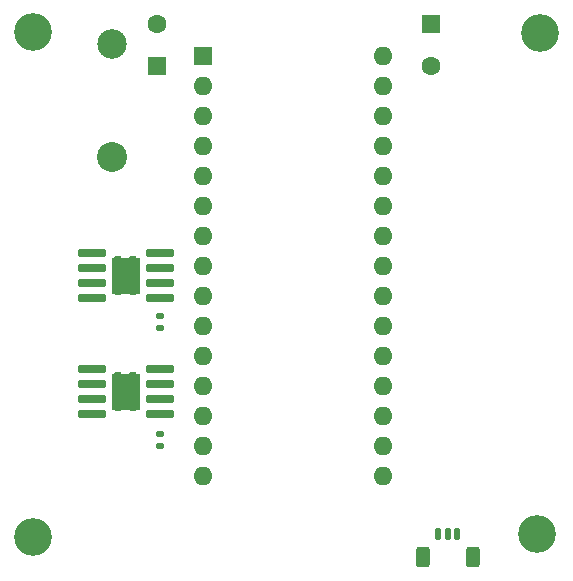
<source format=gbr>
%TF.GenerationSoftware,KiCad,Pcbnew,7.0.2*%
%TF.CreationDate,2023-08-25T16:22:19-05:00*%
%TF.ProjectId,ziggy,7a696767-792e-46b6-9963-61645f706362,rev?*%
%TF.SameCoordinates,Original*%
%TF.FileFunction,Soldermask,Bot*%
%TF.FilePolarity,Negative*%
%FSLAX46Y46*%
G04 Gerber Fmt 4.6, Leading zero omitted, Abs format (unit mm)*
G04 Created by KiCad (PCBNEW 7.0.2) date 2023-08-25 16:22:19*
%MOMM*%
%LPD*%
G01*
G04 APERTURE LIST*
G04 Aperture macros list*
%AMRoundRect*
0 Rectangle with rounded corners*
0 $1 Rounding radius*
0 $2 $3 $4 $5 $6 $7 $8 $9 X,Y pos of 4 corners*
0 Add a 4 corners polygon primitive as box body*
4,1,4,$2,$3,$4,$5,$6,$7,$8,$9,$2,$3,0*
0 Add four circle primitives for the rounded corners*
1,1,$1+$1,$2,$3*
1,1,$1+$1,$4,$5*
1,1,$1+$1,$6,$7*
1,1,$1+$1,$8,$9*
0 Add four rect primitives between the rounded corners*
20,1,$1+$1,$2,$3,$4,$5,0*
20,1,$1+$1,$4,$5,$6,$7,0*
20,1,$1+$1,$6,$7,$8,$9,0*
20,1,$1+$1,$8,$9,$2,$3,0*%
G04 Aperture macros list end*
%ADD10C,3.200000*%
%ADD11RoundRect,0.250000X0.550000X-0.550000X0.550000X0.550000X-0.550000X0.550000X-0.550000X-0.550000X0*%
%ADD12C,1.600000*%
%ADD13RoundRect,0.250000X-0.550000X0.550000X-0.550000X-0.550000X0.550000X-0.550000X0.550000X0.550000X0*%
%ADD14R,1.600000X1.600000*%
%ADD15O,1.600000X1.600000*%
%ADD16RoundRect,0.135000X-0.185000X0.135000X-0.185000X-0.135000X0.185000X-0.135000X0.185000X0.135000X0*%
%ADD17C,2.500000*%
%ADD18C,2.540000*%
%ADD19R,2.400000X3.100000*%
%ADD20RoundRect,0.070000X1.100000X0.250000X-1.100000X0.250000X-1.100000X-0.250000X1.100000X-0.250000X0*%
%ADD21C,0.770000*%
%ADD22RoundRect,0.125000X0.125000X0.375000X-0.125000X0.375000X-0.125000X-0.375000X0.125000X-0.375000X0*%
%ADD23RoundRect,0.250000X0.350000X0.600000X-0.350000X0.600000X-0.350000X-0.600000X0.350000X-0.600000X0*%
G04 APERTURE END LIST*
D10*
%TO.C,H4*%
X148750000Y-98000000D03*
%TD*%
D11*
%TO.C,M2*%
X159250000Y-100870000D03*
D12*
X159250000Y-97270000D03*
%TD*%
D10*
%TO.C,H4*%
X191750000Y-98020000D03*
%TD*%
%TO.C,H4*%
X148750000Y-140750000D03*
%TD*%
D13*
%TO.C,M1*%
X182500000Y-97270000D03*
D12*
X182500000Y-100870000D03*
%TD*%
D14*
%TO.C,A1*%
X163140000Y-99970000D03*
D15*
X163140000Y-102510000D03*
X163140000Y-105050000D03*
X163140000Y-107590000D03*
X163140000Y-110130000D03*
X163140000Y-112670000D03*
X163140000Y-115210000D03*
X163140000Y-117750000D03*
X163140000Y-120290000D03*
X163140000Y-122830000D03*
X163140000Y-125370000D03*
X163140000Y-127910000D03*
X163140000Y-130450000D03*
X163140000Y-132990000D03*
X163140000Y-135530000D03*
X178380000Y-135530000D03*
X178380000Y-132990000D03*
X178380000Y-130450000D03*
X178380000Y-127910000D03*
X178380000Y-125370000D03*
X178380000Y-122830000D03*
X178380000Y-120290000D03*
X178380000Y-117750000D03*
X178380000Y-115210000D03*
X178380000Y-112670000D03*
X178380000Y-110130000D03*
X178380000Y-107590000D03*
X178380000Y-105050000D03*
X178380000Y-102510000D03*
X178380000Y-99970000D03*
%TD*%
D10*
%TO.C,H4*%
X191500000Y-140500000D03*
%TD*%
D16*
%TO.C,R2*%
X159500000Y-122000001D03*
X159500000Y-123020001D03*
%TD*%
D17*
%TO.C,BT1*%
X155500000Y-99000000D03*
D18*
X155500000Y-108530000D03*
%TD*%
D19*
%TO.C,U2*%
X156625000Y-118594999D03*
D20*
X159500000Y-116689999D03*
X159500000Y-117959999D03*
X159500000Y-119229999D03*
X159500000Y-120499999D03*
X153750000Y-120499999D03*
X153750000Y-119229999D03*
X153750000Y-117959999D03*
X153750000Y-116689999D03*
D21*
X157275000Y-118594999D03*
X155975000Y-117294999D03*
X155975000Y-119894999D03*
X155975000Y-118594999D03*
X157275000Y-117294999D03*
X157275000Y-119894999D03*
%TD*%
D19*
%TO.C,U1*%
X156625000Y-128405000D03*
D20*
X159500000Y-126500000D03*
X159500000Y-127770000D03*
X159500000Y-129040000D03*
X159500000Y-130310000D03*
X153750000Y-130310000D03*
X153750000Y-129040000D03*
X153750000Y-127770000D03*
X153750000Y-126500000D03*
D21*
X157275000Y-128405000D03*
X155975000Y-127105000D03*
X155975000Y-129705000D03*
X155975000Y-128405000D03*
X157275000Y-127105000D03*
X157275000Y-129705000D03*
%TD*%
D16*
%TO.C,R1*%
X159500000Y-132000000D03*
X159500000Y-133020000D03*
%TD*%
D22*
%TO.C,J2*%
X184700000Y-140470000D03*
X183900000Y-140470000D03*
X183100000Y-140470000D03*
D23*
X186000000Y-142420000D03*
X181800000Y-142420000D03*
%TD*%
M02*

</source>
